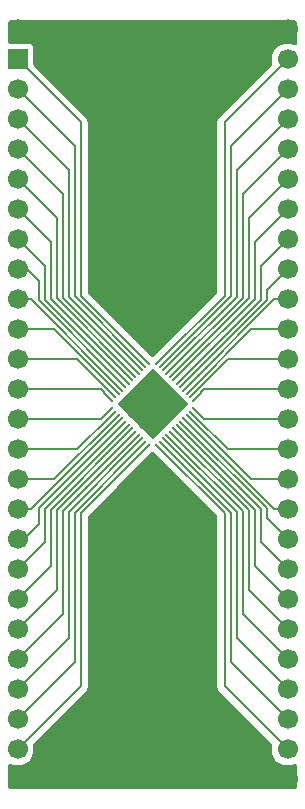
<source format=gtl>
G04 #@! TF.GenerationSoftware,KiCad,Pcbnew,9.0.6*
G04 #@! TF.CreationDate,2026-01-02T14:07:29-06:00*
G04 #@! TF.ProjectId,QFN-48_6x6,51464e2d-3438-45f3-9678-362e6b696361,rev?*
G04 #@! TF.SameCoordinates,Original*
G04 #@! TF.FileFunction,Copper,L1,Top*
G04 #@! TF.FilePolarity,Positive*
%FSLAX46Y46*%
G04 Gerber Fmt 4.6, Leading zero omitted, Abs format (unit mm)*
G04 Created by KiCad (PCBNEW 9.0.6) date 2026-01-02 14:07:29*
%MOMM*%
%LPD*%
G01*
G04 APERTURE LIST*
G04 Aperture macros list*
%AMRoundRect*
0 Rectangle with rounded corners*
0 $1 Rounding radius*
0 $2 $3 $4 $5 $6 $7 $8 $9 X,Y pos of 4 corners*
0 Add a 4 corners polygon primitive as box body*
4,1,4,$2,$3,$4,$5,$6,$7,$8,$9,$2,$3,0*
0 Add four circle primitives for the rounded corners*
1,1,$1+$1,$2,$3*
1,1,$1+$1,$4,$5*
1,1,$1+$1,$6,$7*
1,1,$1+$1,$8,$9*
0 Add four rect primitives between the rounded corners*
20,1,$1+$1,$2,$3,$4,$5,0*
20,1,$1+$1,$4,$5,$6,$7,0*
20,1,$1+$1,$6,$7,$8,$9,0*
20,1,$1+$1,$8,$9,$2,$3,0*%
%AMRotRect*
0 Rectangle, with rotation*
0 The origin of the aperture is its center*
0 $1 length*
0 $2 width*
0 $3 Rotation angle, in degrees counterclockwise*
0 Add horizontal line*
21,1,$1,$2,0,0,$3*%
G04 Aperture macros list end*
G04 #@! TA.AperFunction,SMDPad,CuDef*
%ADD10RoundRect,0.050000X-0.424264X0.353553X0.353553X-0.424264X0.424264X-0.353553X-0.353553X0.424264X0*%
G04 #@! TD*
G04 #@! TA.AperFunction,SMDPad,CuDef*
%ADD11RoundRect,0.050000X-0.424264X-0.353553X-0.353553X-0.424264X0.424264X0.353553X0.353553X0.424264X0*%
G04 #@! TD*
G04 #@! TA.AperFunction,HeatsinkPad*
%ADD12C,0.500000*%
G04 #@! TD*
G04 #@! TA.AperFunction,HeatsinkPad*
%ADD13RotRect,4.300000X4.300000X315.000000*%
G04 #@! TD*
G04 #@! TA.AperFunction,ComponentPad*
%ADD14C,1.700000*%
G04 #@! TD*
G04 #@! TA.AperFunction,ComponentPad*
%ADD15R,1.700000X1.700000*%
G04 #@! TD*
G04 #@! TA.AperFunction,ViaPad*
%ADD16C,0.600000*%
G04 #@! TD*
G04 #@! TA.AperFunction,Conductor*
%ADD17C,0.200000*%
G04 #@! TD*
G04 APERTURE END LIST*
D10*
X137758249Y-116866979D03*
X137475406Y-117149821D03*
X137192562Y-117432665D03*
X136909720Y-117715507D03*
X136626878Y-117998350D03*
X136344034Y-118281193D03*
X136061193Y-118564034D03*
X135778350Y-118846878D03*
X135495507Y-119129720D03*
X135212665Y-119412562D03*
X134929821Y-119695406D03*
X134646979Y-119978249D03*
D11*
X134646979Y-121321751D03*
X134929821Y-121604594D03*
X135212665Y-121887438D03*
X135495507Y-122170280D03*
X135778350Y-122453122D03*
X136061193Y-122735966D03*
X136344034Y-123018807D03*
X136626878Y-123301650D03*
X136909720Y-123584493D03*
X137192562Y-123867335D03*
X137475406Y-124150179D03*
X137758249Y-124433021D03*
D10*
X139101751Y-124433021D03*
X139384594Y-124150179D03*
X139667438Y-123867335D03*
X139950280Y-123584493D03*
X140233122Y-123301650D03*
X140515966Y-123018807D03*
X140798807Y-122735966D03*
X141081650Y-122453122D03*
X141364493Y-122170280D03*
X141647335Y-121887438D03*
X141930179Y-121604594D03*
X142213021Y-121321751D03*
D11*
X142213021Y-119978249D03*
X141930179Y-119695406D03*
X141647335Y-119412562D03*
X141364493Y-119129720D03*
X141081650Y-118846878D03*
X140798807Y-118564034D03*
X140515966Y-118281193D03*
X140233122Y-117998350D03*
X139950280Y-117715507D03*
X139667438Y-117432665D03*
X139384594Y-117149821D03*
X139101751Y-116866979D03*
D12*
X138430000Y-117962994D03*
X137534331Y-118858663D03*
X136638663Y-119754331D03*
X135742994Y-120650000D03*
X139325669Y-118858663D03*
X138430000Y-119754332D03*
X137534332Y-120650000D03*
X136638663Y-121545669D03*
D13*
X138430000Y-120650000D03*
D12*
X140221337Y-119754331D03*
X139325668Y-120650000D03*
X138430000Y-121545668D03*
X137534331Y-122441337D03*
X141117006Y-120650000D03*
X140221337Y-121545669D03*
X139325669Y-122441337D03*
X138430000Y-123337006D03*
D14*
X127000000Y-88900000D03*
D15*
X127000000Y-91440000D03*
D14*
X127000000Y-93980000D03*
X127000000Y-96520000D03*
X127000000Y-99060000D03*
X127000000Y-101600000D03*
X127000000Y-104140000D03*
X127000000Y-106680000D03*
X127000000Y-109220000D03*
X127000000Y-111760000D03*
X127000000Y-114300000D03*
X127000000Y-116840000D03*
X127000000Y-119380000D03*
X127000000Y-121920000D03*
X127000000Y-124460000D03*
X127000000Y-127000000D03*
X127000000Y-129540000D03*
X127000000Y-132080000D03*
X127000000Y-134620000D03*
X127000000Y-137160000D03*
X127000000Y-139700000D03*
X127000000Y-142240000D03*
X127000000Y-144780000D03*
X127000000Y-147320000D03*
X127000000Y-149860000D03*
X127000000Y-152400000D03*
X149860000Y-88900000D03*
X149860000Y-91440000D03*
X149860000Y-93980000D03*
X149860000Y-96520000D03*
X149860000Y-99060000D03*
X149860000Y-101600000D03*
X149860000Y-104140000D03*
X149860000Y-106680000D03*
X149860000Y-109220000D03*
X149860000Y-111760000D03*
X149860000Y-114300000D03*
X149860000Y-116840000D03*
X149860000Y-119380000D03*
X149860000Y-121920000D03*
X149860000Y-124460000D03*
X149860000Y-127000000D03*
X149860000Y-129540000D03*
X149860000Y-132080000D03*
X149860000Y-134620000D03*
X149860000Y-137160000D03*
X149860000Y-139700000D03*
X149860000Y-142240000D03*
X149860000Y-144780000D03*
X149860000Y-147320000D03*
X149860000Y-149860000D03*
X149860000Y-152400000D03*
D16*
X138430000Y-139827000D03*
X138430000Y-101346000D03*
X138430000Y-125349000D03*
X138430000Y-115951000D03*
D17*
X144526000Y-144526000D02*
X149860000Y-149860000D01*
X144526000Y-129857270D02*
X144526000Y-144526000D01*
X139101751Y-124433021D02*
X144526000Y-129857270D01*
X145034000Y-142494000D02*
X149860000Y-147320000D01*
X145034000Y-129799585D02*
X145034000Y-142494000D01*
X139384594Y-124150179D02*
X145034000Y-129799585D01*
X145542000Y-140462000D02*
X149860000Y-144780000D01*
X145542000Y-129741897D02*
X145542000Y-140462000D01*
X139667438Y-123867335D02*
X145542000Y-129741897D01*
X146050000Y-138430000D02*
X149860000Y-142240000D01*
X146050000Y-129684213D02*
X146050000Y-138430000D01*
X139950280Y-123584493D02*
X146050000Y-129684213D01*
X146558000Y-129626528D02*
X146558000Y-136398000D01*
X140233122Y-123301650D02*
X146558000Y-129626528D01*
X146558000Y-136398000D02*
X149860000Y-139700000D01*
X147066000Y-134366000D02*
X149860000Y-137160000D01*
X147066000Y-129568841D02*
X147066000Y-134366000D01*
X140515966Y-123018807D02*
X147066000Y-129568841D01*
X147574000Y-132334000D02*
X149860000Y-134620000D01*
X147574000Y-129511159D02*
X147574000Y-132334000D01*
X140798807Y-122735966D02*
X147574000Y-129511159D01*
X148082000Y-130302000D02*
X149860000Y-132080000D01*
X148082000Y-129453472D02*
X148082000Y-130302000D01*
X141081650Y-122453122D02*
X148082000Y-129453472D01*
X148734213Y-129540000D02*
X149860000Y-129540000D01*
X141364493Y-122170280D02*
X148734213Y-129540000D01*
X146759897Y-127000000D02*
X149860000Y-127000000D01*
X141647335Y-121887438D02*
X146759897Y-127000000D01*
X144785585Y-124460000D02*
X149860000Y-124460000D01*
X141930179Y-121604594D02*
X144785585Y-124460000D01*
X142811270Y-121920000D02*
X149860000Y-121920000D01*
X142213021Y-121321751D02*
X142811270Y-121920000D01*
X132334000Y-129857270D02*
X132334000Y-144526000D01*
X132334000Y-144526000D02*
X127000000Y-149860000D01*
X137758249Y-124433021D02*
X132334000Y-129857270D01*
X131826000Y-129799583D02*
X131826000Y-142494000D01*
X131826000Y-142494000D02*
X127000000Y-147320000D01*
X137475404Y-124150179D02*
X131826000Y-129799583D01*
X137475406Y-124150179D02*
X137475404Y-124150179D01*
X131318000Y-140462000D02*
X127000000Y-144780000D01*
X131318000Y-129741897D02*
X131318000Y-140462000D01*
X137192562Y-123867335D02*
X131318000Y-129741897D01*
X130810000Y-138430000D02*
X127000000Y-142240000D01*
X130810000Y-129684213D02*
X130810000Y-138430000D01*
X136909720Y-123584493D02*
X130810000Y-129684213D01*
X130302000Y-136398000D02*
X127000000Y-139700000D01*
X130302000Y-129626528D02*
X130302000Y-136398000D01*
X136626878Y-123301650D02*
X130302000Y-129626528D01*
X129794000Y-134366000D02*
X127000000Y-137160000D01*
X129794000Y-129568841D02*
X129794000Y-134366000D01*
X136344034Y-123018807D02*
X129794000Y-129568841D01*
X129286000Y-132334000D02*
X127000000Y-134620000D01*
X129286000Y-129511159D02*
X129286000Y-132334000D01*
X136061193Y-122735966D02*
X129286000Y-129511159D01*
X127508000Y-132080000D02*
X127000000Y-132080000D01*
X128778000Y-130810000D02*
X127508000Y-132080000D01*
X128778000Y-129453472D02*
X128778000Y-130810000D01*
X135778350Y-122453122D02*
X128778000Y-129453472D01*
X128125787Y-129540000D02*
X127000000Y-129540000D01*
X135495507Y-122170280D02*
X128125787Y-129540000D01*
X135212665Y-121887438D02*
X130100103Y-127000000D01*
X130100103Y-127000000D02*
X127000000Y-127000000D01*
X132074415Y-124460000D02*
X127000000Y-124460000D01*
X134929821Y-121604594D02*
X132074415Y-124460000D01*
X134646979Y-121321751D02*
X134048730Y-121920000D01*
X134048730Y-121920000D02*
X127000000Y-121920000D01*
X132334000Y-111442730D02*
X132334000Y-96774000D01*
X132334000Y-96774000D02*
X127000000Y-91440000D01*
X137758249Y-116866979D02*
X132334000Y-111442730D01*
X131826000Y-98806000D02*
X127000000Y-93980000D01*
X131826000Y-111500415D02*
X131826000Y-98806000D01*
X137475406Y-117149821D02*
X131826000Y-111500415D01*
X131318000Y-111558103D02*
X131318000Y-100838000D01*
X131318000Y-100838000D02*
X127000000Y-96520000D01*
X137192562Y-117432665D02*
X131318000Y-111558103D01*
X130810000Y-102870000D02*
X127000000Y-99060000D01*
X130810000Y-111615787D02*
X130810000Y-102870000D01*
X136909720Y-117715507D02*
X130810000Y-111615787D01*
X130302000Y-104902000D02*
X127000000Y-101600000D01*
X130302000Y-111673472D02*
X130302000Y-104902000D01*
X136626878Y-117998350D02*
X130302000Y-111673472D01*
X129794000Y-106934000D02*
X127000000Y-104140000D01*
X136344034Y-118281193D02*
X129794000Y-111731159D01*
X129794000Y-111731159D02*
X129794000Y-106934000D01*
X129286000Y-108966000D02*
X127000000Y-106680000D01*
X129286000Y-111788841D02*
X129286000Y-108966000D01*
X136061193Y-118564034D02*
X129286000Y-111788841D01*
X127762000Y-109220000D02*
X127000000Y-109220000D01*
X128778000Y-110236000D02*
X127762000Y-109220000D01*
X128778000Y-111846528D02*
X128778000Y-110236000D01*
X135778350Y-118846878D02*
X128778000Y-111846528D01*
X128125787Y-111760000D02*
X135495507Y-119129720D01*
X127000000Y-111760000D02*
X128125787Y-111760000D01*
X130100103Y-114300000D02*
X127000000Y-114300000D01*
X135212665Y-119412562D02*
X130100103Y-114300000D01*
X132074415Y-116840000D02*
X127000000Y-116840000D01*
X134929821Y-119695406D02*
X132074415Y-116840000D01*
X134646979Y-119978249D02*
X134048730Y-119380000D01*
X134048730Y-119380000D02*
X127000000Y-119380000D01*
X144526000Y-96774000D02*
X149860000Y-91440000D01*
X139101751Y-116866979D02*
X144526000Y-111442730D01*
X144526000Y-111442730D02*
X144526000Y-96774000D01*
X145034000Y-98806000D02*
X149860000Y-93980000D01*
X139384594Y-117149821D02*
X145034000Y-111500415D01*
X145034000Y-111500415D02*
X145034000Y-98806000D01*
X145542000Y-100838000D02*
X149860000Y-96520000D01*
X145542000Y-111558103D02*
X145542000Y-100838000D01*
X139667438Y-117432665D02*
X145542000Y-111558103D01*
X146050000Y-102870000D02*
X149860000Y-99060000D01*
X146050000Y-111615787D02*
X146050000Y-102870000D01*
X139950280Y-117715507D02*
X146050000Y-111615787D01*
X146558000Y-104902000D02*
X149860000Y-101600000D01*
X146558000Y-111673472D02*
X146558000Y-104902000D01*
X140233122Y-117998350D02*
X146558000Y-111673472D01*
X147066000Y-106934000D02*
X149860000Y-104140000D01*
X147066000Y-111731159D02*
X147066000Y-106934000D01*
X140515966Y-118281193D02*
X147066000Y-111731159D01*
X147574000Y-108966000D02*
X149860000Y-106680000D01*
X147574000Y-111788841D02*
X147574000Y-108966000D01*
X140798807Y-118564034D02*
X147574000Y-111788841D01*
X142811270Y-119380000D02*
X149860000Y-119380000D01*
X142213021Y-119978249D02*
X142811270Y-119380000D01*
X141930179Y-119695406D02*
X144785585Y-116840000D01*
X144785585Y-116840000D02*
X149860000Y-116840000D01*
X141647335Y-119412562D02*
X146759897Y-114300000D01*
X146759897Y-114300000D02*
X149860000Y-114300000D01*
X141364493Y-119129720D02*
X148734213Y-111760000D01*
X148734213Y-111760000D02*
X149860000Y-111760000D01*
X141081650Y-118846878D02*
X148082000Y-111846528D01*
X148082000Y-111846528D02*
X148082000Y-110998000D01*
X148082000Y-110998000D02*
X149860000Y-109220000D01*
G04 #@! TA.AperFunction,Conductor*
G36*
X138473333Y-124669684D02*
G01*
X138517680Y-124698185D01*
X143889181Y-130069686D01*
X143922666Y-130131009D01*
X143925500Y-130157367D01*
X143925500Y-144439330D01*
X143925499Y-144439348D01*
X143925499Y-144605054D01*
X143925498Y-144605054D01*
X143966423Y-144757785D01*
X143995358Y-144807900D01*
X143995359Y-144807904D01*
X143995360Y-144807904D01*
X144045479Y-144894714D01*
X144045481Y-144894717D01*
X144164349Y-145013585D01*
X144164355Y-145013590D01*
X148526241Y-149375476D01*
X148559726Y-149436799D01*
X148556492Y-149501473D01*
X148542753Y-149543757D01*
X148509500Y-149753713D01*
X148509500Y-149966286D01*
X148542753Y-150176239D01*
X148608444Y-150378414D01*
X148704951Y-150567820D01*
X148829890Y-150739786D01*
X148980213Y-150890109D01*
X149152179Y-151015048D01*
X149152181Y-151015049D01*
X149152184Y-151015051D01*
X149341588Y-151111557D01*
X149543757Y-151177246D01*
X149753713Y-151210500D01*
X149753714Y-151210500D01*
X149966286Y-151210500D01*
X149966287Y-151210500D01*
X150176243Y-151177246D01*
X150378412Y-151111557D01*
X150449205Y-151075485D01*
X150517874Y-151062590D01*
X150582614Y-151088866D01*
X150622872Y-151145972D01*
X150629500Y-151185971D01*
X150629500Y-153045500D01*
X150609815Y-153112539D01*
X150557011Y-153158294D01*
X150505500Y-153169500D01*
X126354500Y-153169500D01*
X126287461Y-153149815D01*
X126241706Y-153097011D01*
X126230500Y-153045500D01*
X126230500Y-151185971D01*
X126250185Y-151118932D01*
X126302989Y-151073177D01*
X126372147Y-151063233D01*
X126410793Y-151075485D01*
X126481588Y-151111557D01*
X126683757Y-151177246D01*
X126893713Y-151210500D01*
X126893714Y-151210500D01*
X127106286Y-151210500D01*
X127106287Y-151210500D01*
X127316243Y-151177246D01*
X127518412Y-151111557D01*
X127707816Y-151015051D01*
X127729789Y-150999086D01*
X127879786Y-150890109D01*
X127879788Y-150890106D01*
X127879792Y-150890104D01*
X128030104Y-150739792D01*
X128030106Y-150739788D01*
X128030109Y-150739786D01*
X128155048Y-150567820D01*
X128155047Y-150567820D01*
X128155051Y-150567816D01*
X128251557Y-150378412D01*
X128317246Y-150176243D01*
X128350500Y-149966287D01*
X128350500Y-149753713D01*
X128317246Y-149543757D01*
X128303506Y-149501473D01*
X128301512Y-149431635D01*
X128333755Y-149375478D01*
X132702713Y-145006521D01*
X132702716Y-145006520D01*
X132814520Y-144894716D01*
X132864639Y-144807904D01*
X132893577Y-144757785D01*
X132934500Y-144605057D01*
X132934500Y-144446943D01*
X132934500Y-130157367D01*
X132954185Y-130090328D01*
X132970819Y-130069686D01*
X135440005Y-127600500D01*
X138238769Y-124801737D01*
X138238769Y-124801735D01*
X138248972Y-124791533D01*
X138248976Y-124791527D01*
X138342321Y-124698183D01*
X138403641Y-124664700D01*
X138473333Y-124669684D01*
G37*
G04 #@! TD.AperFunction*
G04 #@! TA.AperFunction,Conductor*
G36*
X138519700Y-117836495D02*
G01*
X138527502Y-117845499D01*
X138540590Y-117862159D01*
X138540593Y-117862162D01*
X138540597Y-117862167D01*
X138672247Y-117993817D01*
X138672251Y-117993820D01*
X138672256Y-117993825D01*
X138742320Y-118048866D01*
X138742321Y-118048866D01*
X138745213Y-118051138D01*
X138766121Y-118072046D01*
X138768392Y-118074937D01*
X138768393Y-118074939D01*
X138823434Y-118145003D01*
X138823437Y-118145006D01*
X138823441Y-118145011D01*
X138955097Y-118276667D01*
X139028055Y-118333982D01*
X139048962Y-118354888D01*
X139051235Y-118357781D01*
X139106276Y-118427845D01*
X139106278Y-118427847D01*
X139106282Y-118427852D01*
X139237939Y-118559509D01*
X139310896Y-118616823D01*
X139331804Y-118637730D01*
X139334076Y-118640622D01*
X139334077Y-118640624D01*
X139389118Y-118710688D01*
X139389121Y-118710691D01*
X139389125Y-118710696D01*
X139520775Y-118842346D01*
X139520779Y-118842349D01*
X139520784Y-118842354D01*
X139590848Y-118897395D01*
X139590849Y-118897395D01*
X139593742Y-118899668D01*
X139614649Y-118920576D01*
X139671963Y-118993533D01*
X139803625Y-119125195D01*
X139876583Y-119182510D01*
X139897490Y-119203417D01*
X139954804Y-119276374D01*
X140086466Y-119408036D01*
X140159423Y-119465350D01*
X140180330Y-119486257D01*
X140237647Y-119559218D01*
X140369303Y-119690874D01*
X140369307Y-119690877D01*
X140369312Y-119690882D01*
X140439376Y-119745923D01*
X140439377Y-119745923D01*
X140442270Y-119748196D01*
X140463177Y-119769104D01*
X140520490Y-119842060D01*
X140652152Y-119973722D01*
X140725110Y-120031037D01*
X140746017Y-120051943D01*
X140748290Y-120054836D01*
X140803331Y-120124900D01*
X140803333Y-120124902D01*
X140803337Y-120124907D01*
X140934988Y-120256558D01*
X140934992Y-120256561D01*
X140934997Y-120256566D01*
X141005061Y-120311607D01*
X141005062Y-120311607D01*
X141007954Y-120313879D01*
X141028862Y-120334787D01*
X141031133Y-120337678D01*
X141031134Y-120337680D01*
X141086175Y-120407744D01*
X141086178Y-120407747D01*
X141086182Y-120407752D01*
X141217831Y-120539401D01*
X141217835Y-120539404D01*
X141217841Y-120539410D01*
X141234491Y-120552490D01*
X141234494Y-120552492D01*
X141275049Y-120609387D01*
X141278408Y-120679176D01*
X141243502Y-120739702D01*
X141234497Y-120747504D01*
X141217841Y-120760590D01*
X141217831Y-120760598D01*
X141086181Y-120892248D01*
X141028860Y-120965213D01*
X141007954Y-120986119D01*
X140934989Y-121043440D01*
X140803337Y-121175092D01*
X140746017Y-121248056D01*
X140725111Y-121268962D01*
X140652147Y-121326282D01*
X140520495Y-121457934D01*
X140463178Y-121530894D01*
X140442273Y-121551799D01*
X140369305Y-121609123D01*
X140237652Y-121740776D01*
X140180330Y-121813743D01*
X140159424Y-121834649D01*
X140086461Y-121891968D01*
X139954804Y-122023625D01*
X139897490Y-122096583D01*
X139876583Y-122117490D01*
X139803625Y-122174804D01*
X139671968Y-122306461D01*
X139614649Y-122379424D01*
X139593743Y-122400330D01*
X139520776Y-122457652D01*
X139389123Y-122589305D01*
X139331799Y-122662273D01*
X139310894Y-122683178D01*
X139237934Y-122740495D01*
X139106282Y-122872147D01*
X139048962Y-122945111D01*
X139028056Y-122966017D01*
X138955092Y-123023337D01*
X138823440Y-123154989D01*
X138766119Y-123227954D01*
X138745213Y-123248860D01*
X138672248Y-123306181D01*
X138540598Y-123437831D01*
X138527508Y-123454494D01*
X138470613Y-123495049D01*
X138400824Y-123498408D01*
X138340298Y-123463502D01*
X138332492Y-123454494D01*
X138319410Y-123437841D01*
X138319404Y-123437835D01*
X138319401Y-123437831D01*
X138187752Y-123306182D01*
X138187747Y-123306178D01*
X138187744Y-123306175D01*
X138117680Y-123251134D01*
X138117678Y-123251133D01*
X138114787Y-123248862D01*
X138093879Y-123227954D01*
X138091607Y-123225062D01*
X138091607Y-123225061D01*
X138036566Y-123154997D01*
X138036561Y-123154992D01*
X138036558Y-123154988D01*
X137904907Y-123023337D01*
X137904902Y-123023333D01*
X137904900Y-123023331D01*
X137834836Y-122968290D01*
X137831943Y-122966017D01*
X137811037Y-122945110D01*
X137753722Y-122872152D01*
X137622060Y-122740490D01*
X137549104Y-122683177D01*
X137528196Y-122662270D01*
X137525923Y-122659376D01*
X137470882Y-122589312D01*
X137470877Y-122589307D01*
X137470874Y-122589303D01*
X137339218Y-122457647D01*
X137266257Y-122400330D01*
X137245350Y-122379423D01*
X137188036Y-122306466D01*
X137056374Y-122174804D01*
X136983417Y-122117490D01*
X136962510Y-122096583D01*
X136905195Y-122023625D01*
X136773533Y-121891963D01*
X136700576Y-121834649D01*
X136679668Y-121813742D01*
X136677395Y-121810848D01*
X136622354Y-121740784D01*
X136622349Y-121740779D01*
X136622346Y-121740775D01*
X136490696Y-121609125D01*
X136490691Y-121609121D01*
X136490688Y-121609118D01*
X136420624Y-121554077D01*
X136420622Y-121554076D01*
X136417730Y-121551804D01*
X136396823Y-121530896D01*
X136339509Y-121457939D01*
X136207852Y-121326282D01*
X136207847Y-121326278D01*
X136207845Y-121326276D01*
X136137781Y-121271235D01*
X136134888Y-121268962D01*
X136113982Y-121248055D01*
X136056667Y-121175097D01*
X135925011Y-121043441D01*
X135925006Y-121043437D01*
X135925003Y-121043434D01*
X135854939Y-120988393D01*
X135854937Y-120988392D01*
X135852046Y-120986121D01*
X135831138Y-120965213D01*
X135828866Y-120962321D01*
X135828866Y-120962320D01*
X135773825Y-120892256D01*
X135773820Y-120892251D01*
X135773817Y-120892247D01*
X135642167Y-120760597D01*
X135642162Y-120760593D01*
X135642159Y-120760590D01*
X135625506Y-120747508D01*
X135584951Y-120690616D01*
X135581591Y-120620827D01*
X135616495Y-120560300D01*
X135625506Y-120552492D01*
X135642159Y-120539410D01*
X135773825Y-120407744D01*
X135828866Y-120337680D01*
X135828866Y-120337677D01*
X135831138Y-120334787D01*
X135852046Y-120313879D01*
X135854936Y-120311607D01*
X135854939Y-120311607D01*
X135925003Y-120256566D01*
X136056669Y-120124900D01*
X136111710Y-120054836D01*
X136111712Y-120054830D01*
X136113979Y-120051945D01*
X136134890Y-120031034D01*
X136137775Y-120028767D01*
X136137781Y-120028765D01*
X136207845Y-119973724D01*
X136339511Y-119842058D01*
X136394552Y-119771994D01*
X136394552Y-119771992D01*
X136396821Y-119769105D01*
X136417729Y-119748196D01*
X136420620Y-119745924D01*
X136420624Y-119745923D01*
X136490688Y-119690882D01*
X136622354Y-119559216D01*
X136677395Y-119489152D01*
X136677396Y-119489149D01*
X136679670Y-119486255D01*
X136700579Y-119465347D01*
X136703464Y-119463079D01*
X136703467Y-119463079D01*
X136773531Y-119408038D01*
X136905197Y-119276372D01*
X136960238Y-119206308D01*
X136960239Y-119206304D01*
X136962508Y-119203417D01*
X136983417Y-119182508D01*
X136986304Y-119180239D01*
X136986308Y-119180238D01*
X137056372Y-119125197D01*
X137188038Y-118993531D01*
X137243079Y-118923467D01*
X137243079Y-118923464D01*
X137245347Y-118920579D01*
X137266255Y-118899670D01*
X137269149Y-118897396D01*
X137269152Y-118897395D01*
X137339216Y-118842354D01*
X137470882Y-118710688D01*
X137525923Y-118640624D01*
X137525924Y-118640620D01*
X137528196Y-118637729D01*
X137549105Y-118616821D01*
X137551992Y-118614552D01*
X137551994Y-118614552D01*
X137622058Y-118559511D01*
X137753724Y-118427845D01*
X137808765Y-118357781D01*
X137808767Y-118357775D01*
X137811034Y-118354890D01*
X137831945Y-118333979D01*
X137834830Y-118331712D01*
X137834836Y-118331710D01*
X137904900Y-118276669D01*
X138036566Y-118145003D01*
X138091607Y-118074939D01*
X138091607Y-118074936D01*
X138093879Y-118072046D01*
X138114787Y-118051138D01*
X138117677Y-118048866D01*
X138117680Y-118048866D01*
X138187744Y-117993825D01*
X138319410Y-117862159D01*
X138332491Y-117845506D01*
X138389384Y-117804951D01*
X138459173Y-117801591D01*
X138519700Y-117836495D01*
G37*
G04 #@! TD.AperFunction*
G04 #@! TA.AperFunction,Conductor*
G36*
X150572539Y-88150185D02*
G01*
X150618294Y-88202989D01*
X150629500Y-88254500D01*
X150629500Y-90114028D01*
X150609815Y-90181067D01*
X150557011Y-90226822D01*
X150487853Y-90236766D01*
X150449206Y-90224513D01*
X150378417Y-90188445D01*
X150378414Y-90188444D01*
X150378412Y-90188443D01*
X150176243Y-90122754D01*
X150176241Y-90122753D01*
X150176240Y-90122753D01*
X150014957Y-90097208D01*
X149966287Y-90089500D01*
X149753713Y-90089500D01*
X149705042Y-90097208D01*
X149543760Y-90122753D01*
X149341585Y-90188444D01*
X149152179Y-90284951D01*
X148980213Y-90409890D01*
X148829890Y-90560213D01*
X148704951Y-90732179D01*
X148608444Y-90921585D01*
X148542753Y-91123760D01*
X148509500Y-91333713D01*
X148509500Y-91546286D01*
X148542754Y-91756244D01*
X148542754Y-91756247D01*
X148556491Y-91798523D01*
X148558486Y-91868364D01*
X148526241Y-91924522D01*
X144157286Y-96293478D01*
X144045481Y-96405282D01*
X144045479Y-96405285D01*
X144033790Y-96425532D01*
X144002865Y-96479097D01*
X143995361Y-96492094D01*
X143995359Y-96492096D01*
X143966425Y-96542209D01*
X143966424Y-96542210D01*
X143966423Y-96542215D01*
X143925499Y-96694943D01*
X143925499Y-96694945D01*
X143925499Y-96863046D01*
X143925500Y-96863059D01*
X143925500Y-111142632D01*
X143905815Y-111209671D01*
X143889181Y-111230313D01*
X139096520Y-116022975D01*
X138517681Y-116601814D01*
X138509735Y-116606152D01*
X138504310Y-116613400D01*
X138479550Y-116622634D01*
X138456358Y-116635299D01*
X138447328Y-116634653D01*
X138438846Y-116637817D01*
X138413025Y-116632200D01*
X138386666Y-116630315D01*
X138377612Y-116624496D01*
X138370573Y-116622965D01*
X138342319Y-116601814D01*
X138245839Y-116505334D01*
X138245837Y-116505331D01*
X132970819Y-111230313D01*
X132937334Y-111168990D01*
X132934500Y-111142632D01*
X132934500Y-96694945D01*
X132934500Y-96694943D01*
X132914028Y-96618541D01*
X132893577Y-96542215D01*
X132864639Y-96492095D01*
X132814520Y-96405284D01*
X132702716Y-96293480D01*
X132702715Y-96293479D01*
X132698385Y-96289149D01*
X132698374Y-96289139D01*
X128386818Y-91977583D01*
X128353333Y-91916260D01*
X128350499Y-91889902D01*
X128350499Y-90542129D01*
X128350498Y-90542123D01*
X128344091Y-90482516D01*
X128293797Y-90347671D01*
X128293793Y-90347664D01*
X128207547Y-90232455D01*
X128207544Y-90232452D01*
X128092335Y-90146206D01*
X128092328Y-90146202D01*
X127957482Y-90095908D01*
X127957483Y-90095908D01*
X127897883Y-90089501D01*
X127897881Y-90089500D01*
X127897873Y-90089500D01*
X127897865Y-90089500D01*
X126354500Y-90089500D01*
X126287461Y-90069815D01*
X126241706Y-90017011D01*
X126230500Y-89965500D01*
X126230500Y-88254500D01*
X126250185Y-88187461D01*
X126302989Y-88141706D01*
X126354500Y-88130500D01*
X150505500Y-88130500D01*
X150572539Y-88150185D01*
G37*
G04 #@! TD.AperFunction*
M02*

</source>
